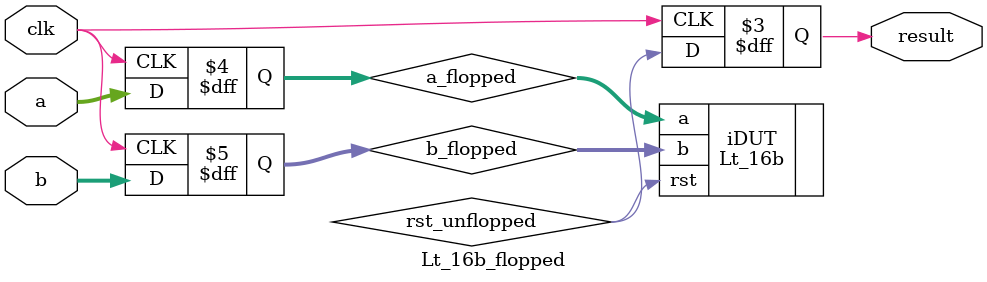
<source format=sv>
`default_nettype none

module Lt_16b_flopped (
    input wire [15:0] a,
    input wire [15:0] b,
    input wire clk,          // Clock input for the flops
    output reg result
);

    wire rst_unflopped;
    reg [15:0] a_flopped, b_flopped;

    // Flop the inputs
    always @(posedge clk) begin
        a_flopped <= a;
        b_flopped <= b;
    end

    // Instantiate the module
    Lt_16b iDUT (
        .a(a_flopped),
        .b(b_flopped),
        .rst(rst_unflopped)
    );

    // Flop the output
    always @(posedge clk) begin
        result <= rst_unflopped;
    end

endmodule

`default_nettype wire
</source>
